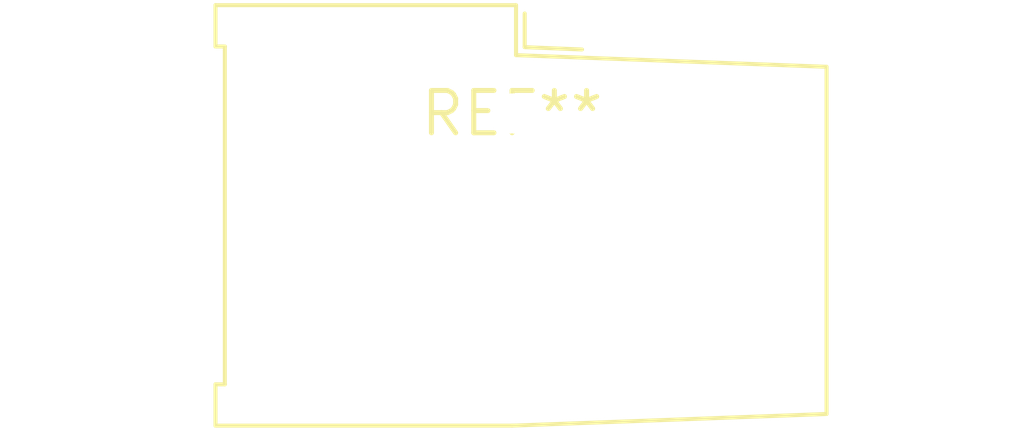
<source format=kicad_pcb>
(kicad_pcb (version 20240108) (generator pcbnew)
  (layers (0 "F.Cu" signal) (31 "B.Cu" signal) (34 "B.Paste" user) (35 "F.Paste" user) (36 "B.SilkS" user "B.Silkscreen") (37 "F.SilkS" user "F.Silkscreen") (38 "B.Mask" user) (39 "F.Mask" user) (44 "Edge.Cuts" user))
  (net 0 "")
  (footprint "Broadcom_AFBR-16xxZ_Vertical" (layer "F.Cu") (at 0 0)
    (property "Reference" "REF**")
    (property "Value" "Broadcom_AFBR-16xxZ_Vertical")
    (fp_line (start -8.9 -3.25) (end 0.12 -3.25) (layer "F.SilkS") (stroke (width 0.12)))
    (fp_line (start -8.9 -2.01) (end -8.9 -3.25) (layer "F.SilkS") (stroke (width 0.12)))
    (fp_line (start -8.9 8.13) (end -8.62 8.13) (layer "F.SilkS") (stroke (width 0.12)))
    (fp_line (start -8.9 9.37) (end -8.9 8.13) (layer "F.SilkS") (stroke (width 0.12)))
    (fp_line (start -8.62 -2.01) (end -8.9 -2.01) (layer "F.SilkS") (stroke (width 0.12)))
    (fp_line (start -8.62 8.13) (end -8.62 -2.01) (layer "F.SilkS") (stroke (width 0.12)))
    (fp_line (start 0 9.37) (end -8.9 9.37) (layer "F.SilkS") (stroke (width 0.12)))
    (fp_line (start 0.12 -3.25) (end 0.12 -1.75) (layer "F.SilkS") (stroke (width 0.12)))
    (fp_line (start 0.12 -1.75) (end 9.44 -1.4) (layer "F.SilkS") (stroke (width 0.12)))
    (fp_line (start 0.38 -3) (end 0.38 -1.99) (layer "F.SilkS") (stroke (width 0.12)))
    (fp_line (start 0.38 -1.99) (end 2.1 -1.92) (layer "F.SilkS") (stroke (width 0.12)))
    (fp_line (start 9.44 -1.4) (end 9.44 9.02) (layer "F.SilkS") (stroke (width 0.12)))
    (fp_line (start 9.44 9.02) (end 0 9.37) (layer "F.SilkS") (stroke (width 0.12)))
    (pad "" np_thru_hole circle (at 3.82 3.81) (size 2.5 2.5) (drill 2.5) (layers *.Cu *.Mask))
    (pad "1" thru_hole roundrect (at 0 0) (size 2.2 1.6) (drill 1.2) (layers *.Cu *.Mask) (remove_unused_layers) (roundrect_rratio 0.156))
    (pad "2" thru_hole oval (at 0 2.54) (size 2.2 1.6) (drill 1.2) (layers *.Cu *.Mask) (remove_unused_layers))
    (pad "3" thru_hole oval (at 0 5.08) (size 2.2 1.6) (drill 1.2) (layers *.Cu *.Mask) (remove_unused_layers))
    (pad "4" thru_hole oval (at 0 7.62) (size 2.2 1.6) (drill 1.2) (layers *.Cu *.Mask) (remove_unused_layers))
    (pad "5" thru_hole circle (at 7.62 7.62) (size 2 2) (drill 1.2) (layers *.Cu *.Mask) (remove_unused_layers))
    (pad "8" thru_hole circle (at 7.62 0) (size 2 2) (drill 1.2) (layers *.Cu *.Mask) (remove_unused_layers))
  )
)
</source>
